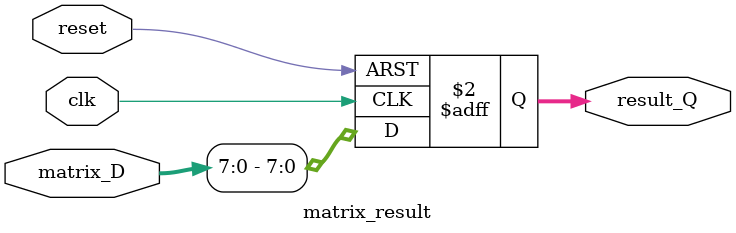
<source format=v>
/*
	This module is just a flip flop
*/
module matrix_result(
	input clk,
	input reset,
	input [31:0] matrix_D,
	output reg [7:0] result_Q
);

always@(posedge clk, posedge reset) begin
	if(reset)
		result_Q = 8'b0000_0000;
	else
		result_Q = matrix_D;
end
endmodule 


/*

module mux2(
	input [5:0] address,
	input reset,
	output reg [5:0] writeAddress
);

always@(*) begin
	if(reset) begin
		writeAddress = 0;
	end else begin
		writeAddress = address;
	end
end

endmodule



module full_adder (
    input a, 
    input b, 
    input cin, 
    output sum, 
    output cout
);
    assign sum = a ^ b ^ cin; // Sum logic (XOR)
    assign cout = (a & b) | (b & cin) | (a & cin); // Carry logic
endmodule



module address_counter(
	input clk,
	input write,
	output wire [5:0] address
);

reg [5:0] temp_address = 0;

always@(posedge clk) begin
	if(write)
	temp_address <= address + 1;
end 

assign address = temp_address;

endmodule


*/
</source>
